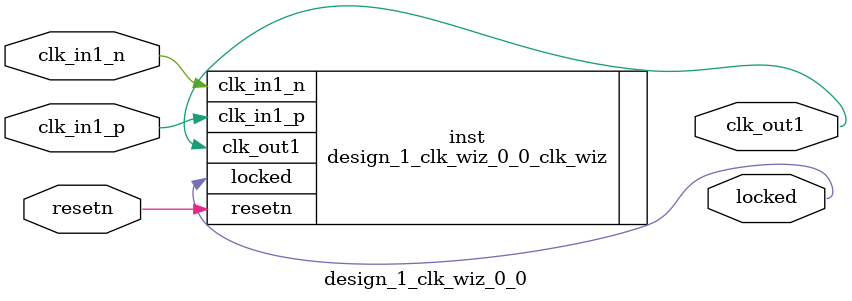
<source format=v>


`timescale 1ps/1ps

(* CORE_GENERATION_INFO = "design_1_clk_wiz_0_0,clk_wiz_v6_0_13_0_0,{component_name=design_1_clk_wiz_0_0,use_phase_alignment=true,use_min_o_jitter=false,use_max_i_jitter=false,use_dyn_phase_shift=false,use_inclk_switchover=false,use_dyn_reconfig=false,enable_axi=0,feedback_source=FDBK_AUTO,PRIMITIVE=MMCM,num_out_clk=1,clkin1_period=5.000,clkin2_period=10.0,use_power_down=false,use_reset=true,use_locked=true,use_inclk_stopped=false,feedback_type=SINGLE,CLOCK_MGR_TYPE=NA,manual_override=false}" *)

module design_1_clk_wiz_0_0 
 (
  // Clock out ports
  output        clk_out1,
  // Status and control signals
  input         resetn,
  output        locked,
 // Clock in ports
  input         clk_in1_p,
  input         clk_in1_n
 );

  design_1_clk_wiz_0_0_clk_wiz inst
  (
  // Clock out ports  
  .clk_out1(clk_out1),
  // Status and control signals               
  .resetn(resetn), 
  .locked(locked),
 // Clock in ports
  .clk_in1_p(clk_in1_p),
  .clk_in1_n(clk_in1_n)
  );

endmodule

</source>
